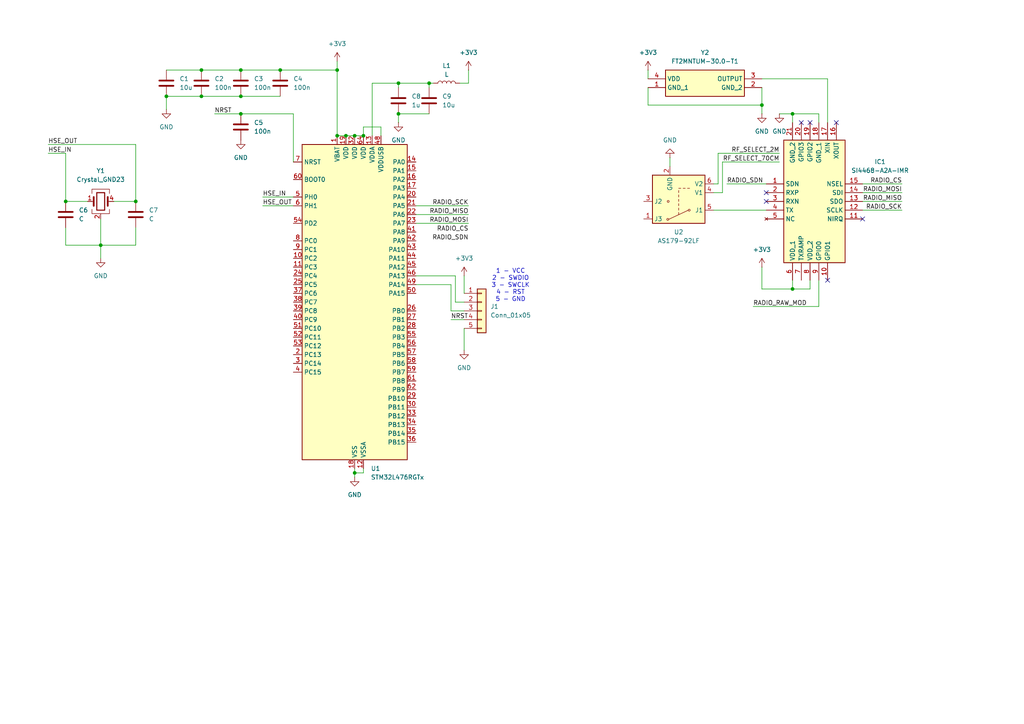
<source format=kicad_sch>
(kicad_sch (version 20250114) (generator "eeschema") (generator_version "9.0")
  (paper "A4")
  (lib_symbols
    (symbol "Connector_Generic:Conn_01x05" (pin_names (offset 1.016) (hide yes))
      (property "Reference" "J" (at 0 7.62 0))
      (property "Value" "Conn_01x05" (at 0 -7.62 0))
      (symbol "Conn_01x05_1_1"
        (rectangle (start -1.27 6.35) (end 1.27 -6.35) (stroke (width 0.254)) (fill (type background)))
        (rectangle (start -1.27 5.207) (end 0 4.953) (stroke (width 0.1524)))
        (rectangle (start -1.27 2.667) (end 0 2.413) (stroke (width 0.1524)))
        (rectangle (start -1.27 0.127) (end 0 -0.127) (stroke (width 0.1524)))
        (rectangle (start -1.27 -2.413) (end 0 -2.667) (stroke (width 0.1524)))
        (rectangle (start -1.27 -4.953) (end 0 -5.207) (stroke (width 0.1524)))
        (pin passive line (at -5.08 5.08 0) (length 3.81) (name "Pin_1") (number "1"))
        (pin passive line (at -5.08 2.54 0) (length 3.81) (name "Pin_2") (number "2"))
        (pin passive line (at -5.08 0 0) (length 3.81) (name "Pin_3") (number "3"))
        (pin passive line (at -5.08 -2.54 0) (length 3.81) (name "Pin_4") (number "4"))
        (pin passive line (at -5.08 -5.08 0) (length 3.81) (name "Pin_5") (number "5"))
      )
    )
    (symbol "Device:C" (pin_numbers (hide yes)) (pin_names (offset 0.254))
      (property "Reference" "C" (at 0.635 2.54 0))
      (property "Value" "C" (at 0.635 -2.54 0))
      (symbol "C_0_1"
        (polyline (pts (xy -2.032 0.762) (xy 2.032 0.762)) (stroke (width 0.508)))
        (polyline (pts (xy -2.032 -0.762) (xy 2.032 -0.762)) (stroke (width 0.508)))
      )
      (symbol "C_1_1"
        (pin passive line (at 0 3.81 270) (length 2.794) (name "~") (number "1"))
        (pin passive line (at 0 -3.81 90) (length 2.794) (name "~") (number "2"))
      )
    )
    (symbol "Device:Crystal_GND23" (pin_names (offset 1.016) (hide yes))
      (property "Reference" "Y" (at 3.175 5.08 0))
      (property "Value" "Crystal_GND23" (at 3.175 3.175 0))
      (symbol "Crystal_GND23_0_1"
        (polyline (pts (xy -2.54 2.286) (xy -2.54 3.556) (xy 2.54 3.556) (xy 2.54 2.286)))
        (polyline (pts (xy -2.54 0) (xy -2.032 0)))
        (polyline (pts (xy -2.54 -2.286) (xy -2.54 -3.556) (xy 2.54 -3.556) (xy 2.54 -2.286)))
        (polyline (pts (xy -2.032 -1.27) (xy -2.032 1.27)) (stroke (width 0.508)))
        (rectangle (start -1.143 2.54) (end 1.143 -2.54) (stroke (width 0.3048)))
        (polyline (pts (xy 0 -3.81) (xy 0 -3.556)))
        (polyline (pts (xy 2.032 0) (xy 2.54 0)))
        (polyline (pts (xy 2.032 -1.27) (xy 2.032 1.27)) (stroke (width 0.508)))
      )
      (symbol "Crystal_GND23_1_1"
        (pin passive line (at -3.81 0 0) (length 1.27) (name "1") (number "1"))
        (pin passive line (at 0 -5.08 90) (length 1.27) (name "G") (number "2"))
        (pin passive line (at 0 -5.08 90) (length 1.27) (hide yes) (name "G") (number "3"))
        (pin passive line (at 3.81 0 180) (length 1.27) (name "4") (number "4"))
      )
    )
    (symbol "Device:L" (pin_numbers (hide yes)) (pin_names (offset 1.016) (hide yes))
      (property "Reference" "L" (at -1.27 0 90))
      (property "Value" "L" (at 1.905 0 90))
      (symbol "L_0_1"
        (arc (start 0 2.54) (mid 0.6323 1.905) (end 0 1.27))
        (arc (start 0 1.27) (mid 0.6323 0.635) (end 0 0))
        (arc (start 0 0) (mid 0.6323 -0.635) (end 0 -1.27))
        (arc (start 0 -1.27) (mid 0.6323 -1.905) (end 0 -2.54))
      )
      (symbol "L_1_1"
        (pin passive line (at 0 3.81 270) (length 1.27) (name "1") (number "1"))
        (pin passive line (at 0 -3.81 90) (length 1.27) (name "2") (number "2"))
      )
    )
    (symbol "FT2MNTUM-30_0-T1:FT2MNTUM-30.0-T1"
      (property "Reference" "Y" (at 29.21 7.62 0))
      (property "Value" "FT2MNTUM-30.0-T1" (at 29.21 5.08 0))
      (symbol "FT2MNTUM-30.0-T1_1_1"
        (rectangle (start 5.08 2.54) (end 27.94 -5.08) (stroke (width 0.254)) (fill (type background)))
        (pin passive line (at 0 0 0) (length 5.08) (name "VDD") (number "4"))
        (pin passive line (at 0 -2.54 0) (length 5.08) (name "GND_1") (number "1"))
        (pin passive line (at 33.02 0 180) (length 5.08) (name "OUTPUT") (number "3"))
        (pin passive line (at 33.02 -2.54 180) (length 5.08) (name "GND_2") (number "2"))
      )
    )
    (symbol "MCU_ST_STM32L4:STM32L476RGTx"
      (property "Reference" "U" (at -15.24 46.99 0))
      (property "Value" "STM32L476RGTx" (at 10.16 46.99 0))
      (symbol "STM32L476RGTx_0_1"
        (rectangle (start -15.24 -45.72) (end 15.24 45.72) (stroke (width 0.254)) (fill (type background)))
      )
      (symbol "STM32L476RGTx_1_1"
        (pin input line (at -17.78 40.64 0) (length 2.54) (name "NRST") (number "7"))
        (pin input line (at -17.78 35.56 0) (length 2.54) (name "BOOT0") (number "60"))
        (pin bidirectional line (at -17.78 30.48 0) (length 2.54) (name "PH0") (number "5"))
        (pin bidirectional line (at -17.78 27.94 0) (length 2.54) (name "PH1") (number "6"))
        (pin bidirectional line (at -17.78 22.86 0) (length 2.54) (name "PD2") (number "54"))
        (pin bidirectional line (at -17.78 17.78 0) (length 2.54) (name "PC0") (number "8"))
        (pin bidirectional line (at -17.78 15.24 0) (length 2.54) (name "PC1") (number "9"))
        (pin bidirectional line (at -17.78 12.7 0) (length 2.54) (name "PC2") (number "10"))
        (pin bidirectional line (at -17.78 10.16 0) (length 2.54) (name "PC3") (number "11"))
        (pin bidirectional line (at -17.78 7.62 0) (length 2.54) (name "PC4") (number "24"))
        (pin bidirectional line (at -17.78 5.08 0) (length 2.54) (name "PC5") (number "25"))
        (pin bidirectional line (at -17.78 2.54 0) (length 2.54) (name "PC6") (number "37"))
        (pin bidirectional line (at -17.78 0 0) (length 2.54) (name "PC7") (number "38"))
        (pin bidirectional line (at -17.78 -2.54 0) (length 2.54) (name "PC8") (number "39"))
        (pin bidirectional line (at -17.78 -5.08 0) (length 2.54) (name "PC9") (number "40"))
        (pin bidirectional line (at -17.78 -7.62 0) (length 2.54) (name "PC10") (number "51"))
        (pin bidirectional line (at -17.78 -10.16 0) (length 2.54) (name "PC11") (number "52"))
        (pin bidirectional line (at -17.78 -12.7 0) (length 2.54) (name "PC12") (number "53"))
        (pin bidirectional line (at -17.78 -15.24 0) (length 2.54) (name "PC13") (number "2"))
        (pin bidirectional line (at -17.78 -17.78 0) (length 2.54) (name "PC14") (number "3"))
        (pin bidirectional line (at -17.78 -20.32 0) (length 2.54) (name "PC15") (number "4"))
        (pin power_in line (at -5.08 48.26 270) (length 2.54) (name "VBAT") (number "1"))
        (pin power_in line (at -2.54 48.26 270) (length 2.54) (name "VDD") (number "19"))
        (pin power_in line (at 0 48.26 270) (length 2.54) (name "VDD") (number "32"))
        (pin power_in line (at 0 -48.26 90) (length 2.54) (name "VSS") (number "18"))
        (pin passive line (at 0 -48.26 90) (length 2.54) (hide yes) (name "VSS") (number "31"))
        (pin passive line (at 0 -48.26 90) (length 2.54) (hide yes) (name "VSS") (number "47"))
        (pin passive line (at 0 -48.26 90) (length 2.54) (hide yes) (name "VSS") (number "63"))
        (pin power_in line (at 2.54 48.26 270) (length 2.54) (name "VDD") (number "64"))
        (pin power_in line (at 2.54 -48.26 90) (length 2.54) (name "VSSA") (number "12"))
        (pin power_in line (at 5.08 48.26 270) (length 2.54) (name "VDDA") (number "13"))
        (pin power_in line (at 7.62 48.26 270) (length 2.54) (name "VDDUSB") (number "48"))
        (pin bidirectional line (at 17.78 40.64 180) (length 2.54) (name "PA0") (number "14"))
        (pin bidirectional line (at 17.78 38.1 180) (length 2.54) (name "PA1") (number "15"))
        (pin bidirectional line (at 17.78 35.56 180) (length 2.54) (name "PA2") (number "16"))
        (pin bidirectional line (at 17.78 33.02 180) (length 2.54) (name "PA3") (number "17"))
        (pin bidirectional line (at 17.78 30.48 180) (length 2.54) (name "PA4") (number "20"))
        (pin bidirectional line (at 17.78 27.94 180) (length 2.54) (name "PA5") (number "21"))
        (pin bidirectional line (at 17.78 25.4 180) (length 2.54) (name "PA6") (number "22"))
        (pin bidirectional line (at 17.78 22.86 180) (length 2.54) (name "PA7") (number "23"))
        (pin bidirectional line (at 17.78 20.32 180) (length 2.54) (name "PA8") (number "41"))
        (pin bidirectional line (at 17.78 17.78 180) (length 2.54) (name "PA9") (number "42"))
        (pin bidirectional line (at 17.78 15.24 180) (length 2.54) (name "PA10") (number "43"))
        (pin bidirectional line (at 17.78 12.7 180) (length 2.54) (name "PA11") (number "44"))
        (pin bidirectional line (at 17.78 10.16 180) (length 2.54) (name "PA12") (number "45"))
        (pin bidirectional line (at 17.78 7.62 180) (length 2.54) (name "PA13") (number "46"))
        (pin bidirectional line (at 17.78 5.08 180) (length 2.54) (name "PA14") (number "49"))
        (pin bidirectional line (at 17.78 2.54 180) (length 2.54) (name "PA15") (number "50"))
        (pin bidirectional line (at 17.78 -2.54 180) (length 2.54) (name "PB0") (number "26"))
        (pin bidirectional line (at 17.78 -5.08 180) (length 2.54) (name "PB1") (number "27"))
        (pin bidirectional line (at 17.78 -7.62 180) (length 2.54) (name "PB2") (number "28"))
        (pin bidirectional line (at 17.78 -10.16 180) (length 2.54) (name "PB3") (number "55"))
        (pin bidirectional line (at 17.78 -12.7 180) (length 2.54) (name "PB4") (number "56"))
        (pin bidirectional line (at 17.78 -15.24 180) (length 2.54) (name "PB5") (number "57"))
        (pin bidirectional line (at 17.78 -17.78 180) (length 2.54) (name "PB6") (number "58"))
        (pin bidirectional line (at 17.78 -20.32 180) (length 2.54) (name "PB7") (number "59"))
        (pin bidirectional line (at 17.78 -22.86 180) (length 2.54) (name "PB8") (number "61"))
        (pin bidirectional line (at 17.78 -25.4 180) (length 2.54) (name "PB9") (number "62"))
        (pin bidirectional line (at 17.78 -27.94 180) (length 2.54) (name "PB10") (number "29"))
        (pin bidirectional line (at 17.78 -30.48 180) (length 2.54) (name "PB11") (number "30"))
        (pin bidirectional line (at 17.78 -33.02 180) (length 2.54) (name "PB12") (number "33"))
        (pin bidirectional line (at 17.78 -35.56 180) (length 2.54) (name "PB13") (number "34"))
        (pin bidirectional line (at 17.78 -38.1 180) (length 2.54) (name "PB14") (number "35"))
        (pin bidirectional line (at 17.78 -40.64 180) (length 2.54) (name "PB15") (number "36"))
      )
    )
    (symbol "RF_Switch:AS179-92LF"
      (property "Reference" "U" (at -7.62 7.62 0))
      (property "Value" "AS179-92LF" (at 2.54 7.62 0))
      (symbol "AS179-92LF_1_1"
        (polyline (pts (xy -3.175 -3.81) (xy -2.54 -3.81)))
        (circle (center -3.048 2.54) (radius 0.2794))
        (polyline (pts (xy -2.794 2.54) (xy 2.921 5.207)))
        (polyline (pts (xy -1.905 -3.81) (xy -1.27 -3.81)))
        (polyline (pts (xy -0.635 -3.81) (xy 0 -3.81)))
        (polyline (pts (xy 0 3.175) (xy 0 3.81)))
        (polyline (pts (xy 0 1.905) (xy 0 2.54)))
        (polyline (pts (xy 0 0.635) (xy 0 1.27)))
        (polyline (pts (xy 0 -0.635) (xy 0 0)))
        (polyline (pts (xy 0 -1.905) (xy 0 -1.27)))
        (polyline (pts (xy 0 -3.175) (xy 0 -2.54)))
        (circle (center 3.048 0) (radius 0.2794))
        (circle (center 3.175 5.207) (radius 0.2794))
        (rectangle (start 7.62 -7.62) (end -7.62 6.35) (stroke (width 0.254)) (fill (type background)))
        (pin passive line (at -10.16 2.54 0) (length 2.54) (name "J1") (number "5"))
        (pin input line (at -10.16 -2.54 0) (length 2.54) (name "V1") (number "4"))
        (pin input line (at -10.16 -5.08 0) (length 2.54) (name "V2") (number "6"))
        (pin power_in line (at 2.54 -10.16 90) (length 2.54) (name "GND") (number "2"))
        (pin passive line (at 10.16 5.08 180) (length 2.54) (name "J3") (number "1"))
        (pin passive line (at 10.16 0 180) (length 2.54) (name "J2") (number "3"))
      )
    )
    (symbol "SI4468-A2A-IMR:SI4468-A2A-IMR"
      (property "Reference" "IC" (at 24.13 17.78 0))
      (property "Value" "SI4468-A2A-IMR" (at 24.13 15.24 0))
      (symbol "SI4468-A2A-IMR_1_1"
        (rectangle (start 5.08 12.7) (end 22.86 -22.86) (stroke (width 0.254)) (fill (type background)))
        (pin passive line (at 0 0 0) (length 5.08) (name "SDN") (number "1"))
        (pin passive line (at 0 -2.54 0) (length 5.08) (name "RXP") (number "2"))
        (pin passive line (at 0 -5.08 0) (length 5.08) (name "RXN") (number "3"))
        (pin passive line (at 0 -7.62 0) (length 5.08) (name "TX") (number "4"))
        (pin no_connect line (at 0 -10.16 0) (length 5.08) (name "NC") (number "5"))
        (pin passive line (at 7.62 17.78 270) (length 5.08) (name "GND_2") (number "21"))
        (pin passive line (at 7.62 -27.94 90) (length 5.08) (name "VDD_1") (number "6"))
        (pin passive line (at 10.16 17.78 270) (length 5.08) (name "GPIO3") (number "20"))
        (pin passive line (at 10.16 -27.94 90) (length 5.08) (name "TXRAMP") (number "7"))
        (pin passive line (at 12.7 17.78 270) (length 5.08) (name "GPIO2") (number "19"))
        (pin passive line (at 12.7 -27.94 90) (length 5.08) (name "VDD_2") (number "8"))
        (pin passive line (at 15.24 17.78 270) (length 5.08) (name "GND_1") (number "18"))
        (pin passive line (at 15.24 -27.94 90) (length 5.08) (name "GPIO0") (number "9"))
        (pin passive line (at 17.78 17.78 270) (length 5.08) (name "XIN") (number "17"))
        (pin passive line (at 17.78 -27.94 90) (length 5.08) (name "GPIO1") (number "10"))
        (pin passive line (at 20.32 17.78 270) (length 5.08) (name "XOUT") (number "16"))
        (pin passive line (at 27.94 0 180) (length 5.08) (name "NSEL") (number "15"))
        (pin passive line (at 27.94 -2.54 180) (length 5.08) (name "SDI") (number "14"))
        (pin passive line (at 27.94 -5.08 180) (length 5.08) (name "SDO") (number "13"))
        (pin passive line (at 27.94 -7.62 180) (length 5.08) (name "SCLK") (number "12"))
        (pin passive line (at 27.94 -10.16 180) (length 5.08) (name "NIRQ") (number "11"))
      )
    )
    (symbol "power:+3V3" (power) (pin_numbers (hide yes)) (pin_names (offset 0) (hide yes))
      (property "Value" "+3V3" (at 0 3.556 0))
      (symbol "+3V3_0_1"
        (polyline (pts (xy -0.762 1.27) (xy 0 2.54)))
        (polyline (pts (xy 0 2.54) (xy 0.762 1.27)))
        (polyline (pts (xy 0 0) (xy 0 2.54)))
      )
      (symbol "+3V3_1_1"
        (pin power_in line (at 0 0 90) (length 0) (name "~") (number "1"))
      )
    )
    (symbol "power:GND" (power) (pin_numbers (hide yes)) (pin_names (offset 0) (hide yes))
      (property "Value" "GND" (at 0 -3.81 0))
      (symbol "GND_0_1"
        (polyline (pts (xy 0 0) (xy 0 -1.27) (xy 1.27 -1.27) (xy 0 -2.54) (xy -1.27 -1.27) (xy 0 -1.27)))
      )
      (symbol "GND_1_1"
        (pin power_in line (at 0 0 270) (length 0) (name "~") (number "1"))
      )
    )
  )
  (text "1 - VCC\n2 - SWDIO\n3 - SWCLK\n4 - RST\n5 - GND" (at 148.082 82.804 0) (effects (font (size 1.27 1.27))))
  (junction (at 102.87 137.16))
  (junction (at 97.79 20.32))
  (junction (at 48.26 27.94))
  (junction (at 229.87 33.02))
  (junction (at 58.42 27.94))
  (junction (at 100.33 39.37))
  (junction (at 102.87 39.37))
  (junction (at 29.21 71.12))
  (junction (at 19.05 58.42))
  (junction (at 69.85 20.32))
  (junction (at 69.85 27.94))
  (junction (at 69.85 33.02))
  (junction (at 97.79 39.37))
  (junction (at 124.46 24.13))
  (junction (at 115.57 24.13))
  (junction (at 58.42 20.32))
  (junction (at 229.87 83.82))
  (junction (at 220.98 30.48))
  (junction (at 39.37 58.42))
  (junction (at 115.57 33.02))
  (junction (at 81.28 20.32))
  (junction (at 105.41 39.37))
  (no_connect (at 222.25 58.42))
  (no_connect (at 242.57 35.56))
  (no_connect (at 222.25 55.88))
  (no_connect (at 250.19 63.5))
  (no_connect (at 240.03 81.28))
  (no_connect (at 232.41 35.56))
  (no_connect (at 234.95 35.56))
  (wire (pts (xy 110.49 39.37) (xy 110.49 36.83)))
  (wire (pts (xy 39.37 41.91) (xy 39.37 58.42)))
  (wire (pts (xy 102.87 39.37) (xy 100.33 39.37)))
  (wire (pts (xy 58.42 20.32) (xy 69.85 20.32)))
  (wire (pts (xy 135.89 20.32) (xy 135.89 24.13)))
  (wire (pts (xy 187.96 30.48) (xy 220.98 30.48)))
  (wire (pts (xy 105.41 39.37) (xy 102.87 39.37)))
  (wire (pts (xy 134.62 80.01) (xy 134.62 85.09)))
  (wire (pts (xy 229.87 83.82) (xy 229.87 81.28)))
  (wire (pts (xy 102.87 135.89) (xy 102.87 137.16)))
  (wire (pts (xy 120.65 64.77) (xy 135.89 64.77)))
  (wire (pts (xy 48.26 27.94) (xy 48.26 31.75)))
  (wire (pts (xy 115.57 24.13) (xy 115.57 25.4)))
  (wire (pts (xy 234.95 81.28) (xy 234.95 83.82)))
  (wire (pts (xy 229.87 33.02) (xy 237.49 33.02)))
  (wire (pts (xy 110.49 36.83) (xy 105.41 36.83)))
  (wire (pts (xy 120.65 80.01) (xy 132.08 80.01)))
  (wire (pts (xy 209.55 55.88) (xy 207.01 55.88)))
  (wire (pts (xy 134.62 95.25) (xy 134.62 101.6)))
  (wire (pts (xy 19.05 44.45) (xy 19.05 58.42)))
  (wire (pts (xy 81.28 27.94) (xy 69.85 27.94)))
  (wire (pts (xy 229.87 83.82) (xy 220.98 83.82)))
  (wire (pts (xy 102.87 137.16) (xy 102.87 138.43)))
  (wire (pts (xy 69.85 27.94) (xy 58.42 27.94)))
  (wire (pts (xy 105.41 135.89) (xy 105.41 137.16)))
  (wire (pts (xy 69.85 20.32) (xy 81.28 20.32)))
  (wire (pts (xy 85.09 33.02) (xy 85.09 46.99)))
  (wire (pts (xy 76.2 57.15) (xy 85.09 57.15)))
  (wire (pts (xy 29.21 63.5) (xy 29.21 71.12)))
  (wire (pts (xy 207.01 53.34) (xy 208.28 53.34)))
  (wire (pts (xy 29.21 71.12) (xy 29.21 74.93)))
  (wire (pts (xy 107.95 24.13) (xy 107.95 39.37)))
  (wire (pts (xy 105.41 36.83) (xy 105.41 39.37)))
  (wire (pts (xy 107.95 24.13) (xy 115.57 24.13)))
  (wire (pts (xy 187.96 20.32) (xy 187.96 22.86)))
  (wire (pts (xy 81.28 20.32) (xy 97.79 20.32)))
  (wire (pts (xy 210.82 53.34) (xy 222.25 53.34)))
  (wire (pts (xy 207.01 60.96) (xy 222.25 60.96)))
  (wire (pts (xy 240.03 22.86) (xy 240.03 35.56)))
  (wire (pts (xy 220.98 30.48) (xy 220.98 33.02)))
  (wire (pts (xy 62.23 33.02) (xy 69.85 33.02)))
  (wire (pts (xy 115.57 24.13) (xy 124.46 24.13)))
  (wire (pts (xy 29.21 71.12) (xy 39.37 71.12)))
  (wire (pts (xy 250.19 58.42) (xy 261.62 58.42)))
  (wire (pts (xy 134.62 90.17) (xy 130.81 90.17)))
  (wire (pts (xy 130.81 82.55) (xy 120.65 82.55)))
  (wire (pts (xy 209.55 46.99) (xy 209.55 55.88)))
  (wire (pts (xy 132.08 80.01) (xy 132.08 87.63)))
  (wire (pts (xy 234.95 83.82) (xy 229.87 83.82)))
  (wire (pts (xy 105.41 137.16) (xy 102.87 137.16)))
  (wire (pts (xy 97.79 17.78) (xy 97.79 20.32)))
  (wire (pts (xy 76.2 59.69) (xy 85.09 59.69)))
  (wire (pts (xy 132.08 87.63) (xy 134.62 87.63)))
  (wire (pts (xy 58.42 27.94) (xy 48.26 27.94)))
  (wire (pts (xy 250.19 60.96) (xy 261.62 60.96)))
  (wire (pts (xy 208.28 44.45) (xy 226.06 44.45)))
  (wire (pts (xy 135.89 24.13) (xy 133.35 24.13)))
  (wire (pts (xy 226.06 33.02) (xy 229.87 33.02)))
  (wire (pts (xy 124.46 24.13) (xy 125.73 24.13)))
  (wire (pts (xy 220.98 83.82) (xy 220.98 77.47)))
  (wire (pts (xy 120.65 62.23) (xy 135.89 62.23)))
  (wire (pts (xy 33.02 58.42) (xy 39.37 58.42)))
  (wire (pts (xy 226.06 46.99) (xy 209.55 46.99)))
  (wire (pts (xy 19.05 66.04) (xy 19.05 71.12)))
  (wire (pts (xy 220.98 22.86) (xy 240.03 22.86)))
  (wire (pts (xy 218.44 88.9) (xy 237.49 88.9)))
  (wire (pts (xy 208.28 53.34) (xy 208.28 44.45)))
  (wire (pts (xy 237.49 88.9) (xy 237.49 81.28)))
  (wire (pts (xy 48.26 20.32) (xy 58.42 20.32)))
  (wire (pts (xy 250.19 55.88) (xy 261.62 55.88)))
  (wire (pts (xy 237.49 35.56) (xy 237.49 33.02)))
  (wire (pts (xy 115.57 33.02) (xy 124.46 33.02)))
  (wire (pts (xy 13.97 41.91) (xy 39.37 41.91)))
  (wire (pts (xy 115.57 33.02) (xy 115.57 35.56)))
  (wire (pts (xy 13.97 44.45) (xy 19.05 44.45)))
  (wire (pts (xy 187.96 25.4) (xy 187.96 30.48)))
  (wire (pts (xy 97.79 20.32) (xy 97.79 39.37)))
  (wire (pts (xy 100.33 39.37) (xy 97.79 39.37)))
  (wire (pts (xy 130.81 90.17) (xy 130.81 82.55)))
  (wire (pts (xy 250.19 53.34) (xy 261.62 53.34)))
  (wire (pts (xy 124.46 24.13) (xy 124.46 25.4)))
  (wire (pts (xy 19.05 71.12) (xy 29.21 71.12)))
  (wire (pts (xy 220.98 30.48) (xy 220.98 25.4)))
  (wire (pts (xy 130.81 92.71) (xy 134.62 92.71)))
  (wire (pts (xy 120.65 59.69) (xy 135.89 59.69)))
  (wire (pts (xy 39.37 71.12) (xy 39.37 66.04)))
  (wire (pts (xy 69.85 33.02) (xy 85.09 33.02)))
  (wire (pts (xy 194.31 45.72) (xy 194.31 48.26)))
  (wire (pts (xy 229.87 33.02) (xy 229.87 35.56)))
  (wire (pts (xy 19.05 58.42) (xy 25.4 58.42)))
  (label "RF_SELECT_70CM" (at 226.06 46.99 180))
  (label "RADIO_SDN" (at 135.89 69.85 180))
  (label "RADIO_MISO" (at 261.62 58.42 180))
  (label "NRST" (at 130.81 92.71 0))
  (label "RADIO_CS" (at 135.89 67.31 180))
  (label "RADIO_SCK" (at 261.62 60.96 180))
  (label "HSE_OUT" (at 76.2 59.69 0))
  (label "NRST" (at 62.23 33.02 0))
  (label "RADIO_SCK" (at 135.89 59.69 180))
  (label "RADIO_MOSI" (at 135.89 64.77 180))
  (label "HSE_OUT" (at 13.97 41.91 0))
  (label "HSE_IN" (at 76.2 57.15 0))
  (label "RADIO_MOSI" (at 261.62 55.88 180))
  (label "HSE_IN" (at 13.97 44.45 0))
  (label "RF_SELECT_2M" (at 226.06 44.45 180))
  (label "RADIO_MISO" (at 135.89 62.23 180))
  (label "RADIO_CS" (at 261.62 53.34 180))
  (label "RADIO_RAW_MOD" (at 218.44 88.9 0))
  (label "RADIO_SDN" (at 210.82 53.34 0))
  (symbol (lib_id "power:+3V3") (at 187.96 20.32 0) (unit 1)
    (property "Reference" "#PWR010" (effects (hide yes)))
    (property "Value" "+3V3" (at 187.96 15.24 0))
    (property "Description" "Power symbol creates a global label with name \"+3V3\"" (effects (hide yes)))
  )
  (symbol (lib_id "Device:C") (at 115.57 29.21 0) (unit 1)
    (property "Reference" "C8" (at 119.38 27.9399 0) (effects (justify left)))
    (property "Value" "1u" (at 119.38 30.4799 0) (effects (justify left)))
    (property "Description" "Unpolarized capacitor" (effects (hide yes)))
  )
  (symbol (lib_id "RF_Switch:AS179-92LF") (at 196.85 58.42 180) (unit 1)
    (property "Reference" "U2" (at 196.85 67.31 0))
    (property "Value" "AS179-92LF" (at 196.85 69.85 0))
    (property "Footprint" "Package_TO_SOT_SMD:SOT-363_SC-70-6" (effects (hide yes)))
    (property "Datasheet" "http://www.skyworksinc.com/uploads/documents/AS179_92LF_200176H.pdf" (effects (hide yes)))
    (property "Description" "20 MHz to 4.0 GHz GaAs SPDT Switch, SC-70" (effects (hide yes)))
  )
  (symbol (lib_id "Device:C") (at 69.85 24.13 0) (unit 1)
    (property "Reference" "C3" (at 73.66 22.8599 0) (effects (justify left)))
    (property "Value" "100n" (at 73.66 25.3999 0) (effects (justify left)))
    (property "Description" "Unpolarized capacitor" (effects (hide yes)))
  )
  (symbol (lib_id "SI4468-A2A-IMR:SI4468-A2A-IMR") (at 222.25 53.34 0) (unit 1)
    (property "Reference" "IC1" (at 255.27 46.9198 0))
    (property "Value" "SI4468-A2A-IMR" (at 255.27 49.4598 0))
    (property "Footprint" "CustomLibs:QFN50P400X400X90-21N" (effects (hide yes)))
    (property "Datasheet" "https://www.silabs.com/documents/public/data-sheets/Si4468-7.pdf" (effects (hide yes)))
    (property "Description" "RF Transceiver TXRX SubG +20dBm" (effects (hide yes)))
    (property "Height" "0.9" (effects (hide yes)))
    (property "Mouser Part Number" "634-SI4468-A2A-IMR" (effects (hide yes)))
    (property "Mouser Price/Stock" "https://www.mouser.co.uk/ProductDetail/Silicon-Labs/SI4468-A2A-IMR?qs=j6MGy4L9yX2L37vAp3Cy6g%3D%3D" (effects (hide yes)))
    (property "Manufacturer_Name" "Silicon Labs" (effects (hide yes)))
    (property "Manufacturer_Part_Number" "SI4468-A2A-IMR" (effects (hide yes)))
  )
  (symbol (lib_id "power:GND") (at 226.06 33.02 0) (unit 1)
    (property "Reference" "#PWR012" (effects (hide yes)))
    (property "Value" "GND" (at 226.06 38.1 0))
    (property "Description" "Power symbol creates a global label with name \"GND\" , ground" (effects (hide yes)))
  )
  (symbol (lib_id "Device:C") (at 81.28 24.13 0) (unit 1)
    (property "Reference" "C4" (at 85.09 22.8599 0) (effects (justify left)))
    (property "Value" "100n" (at 85.09 25.3999 0) (effects (justify left)))
    (property "Description" "Unpolarized capacitor" (effects (hide yes)))
  )
  (symbol (lib_id "power:GND") (at 48.26 31.75 0) (unit 1)
    (property "Reference" "#PWR05" (effects (hide yes)))
    (property "Value" "GND" (at 48.26 36.83 0))
    (property "Description" "Power symbol creates a global label with name \"GND\" , ground" (effects (hide yes)))
  )
  (symbol (lib_id "power:GND") (at 102.87 138.43 0) (unit 1)
    (property "Reference" "#PWR03" (effects (hide yes)))
    (property "Value" "GND" (at 102.87 143.51 0))
    (property "Description" "Power symbol creates a global label with name \"GND\" , ground" (effects (hide yes)))
  )
  (symbol (lib_id "power:GND") (at 115.57 35.56 0) (unit 1)
    (property "Reference" "#PWR08" (effects (hide yes)))
    (property "Value" "GND" (at 115.57 40.64 0))
    (property "Description" "Power symbol creates a global label with name \"GND\" , ground" (effects (hide yes)))
  )
  (symbol (lib_id "power:GND") (at 220.98 33.02 0) (unit 1)
    (property "Reference" "#PWR011" (effects (hide yes)))
    (property "Value" "GND" (at 220.98 38.1 0))
    (property "Description" "Power symbol creates a global label with name \"GND\" , ground" (effects (hide yes)))
  )
  (symbol (lib_id "power:GND") (at 69.85 40.64 0) (unit 1)
    (property "Reference" "#PWR06" (effects (hide yes)))
    (property "Value" "GND" (at 69.85 45.72 0))
    (property "Description" "Power symbol creates a global label with name \"GND\" , ground" (effects (hide yes)))
  )
  (symbol (lib_id "power:GND") (at 194.31 45.72 180) (unit 1)
    (property "Reference" "#PWR014" (effects (hide yes)))
    (property "Value" "GND" (at 194.31 40.64 0))
    (property "Description" "Power symbol creates a global label with name \"GND\" , ground" (effects (hide yes)))
  )
  (symbol (lib_id "Device:C") (at 48.26 24.13 0) (unit 1)
    (property "Reference" "C1" (at 52.07 22.8599 0) (effects (justify left)))
    (property "Value" "10u" (at 52.07 25.3999 0) (effects (justify left)))
    (property "Description" "Unpolarized capacitor" (effects (hide yes)))
  )
  (symbol (lib_id "power:+3V3") (at 97.79 17.78 0) (unit 1)
    (property "Reference" "#PWR04" (effects (hide yes)))
    (property "Value" "+3V3" (at 97.79 12.7 0))
    (property "Description" "Power symbol creates a global label with name \"+3V3\"" (effects (hide yes)))
  )
  (symbol (lib_id "power:+3V3") (at 134.62 80.01 0) (unit 1)
    (property "Reference" "#PWR01" (effects (hide yes)))
    (property "Value" "+3V3" (at 134.62 74.93 0))
    (property "Description" "Power symbol creates a global label with name \"+3V3\"" (effects (hide yes)))
  )
  (symbol (lib_id "power:+3V3") (at 220.98 77.47 0) (unit 1)
    (property "Reference" "#PWR013" (effects (hide yes)))
    (property "Value" "+3V3" (at 220.98 72.39 0))
    (property "Description" "Power symbol creates a global label with name \"+3V3\"" (effects (hide yes)))
  )
  (symbol (lib_id "Device:C") (at 124.46 29.21 0) (unit 1)
    (property "Reference" "C9" (at 128.27 27.9399 0) (effects (justify left)))
    (property "Value" "10u" (at 128.27 30.4799 0) (effects (justify left)))
    (property "Description" "Unpolarized capacitor" (effects (hide yes)))
  )
  (symbol (lib_id "power:GND") (at 29.21 74.93 0) (unit 1)
    (property "Reference" "#PWR07" (effects (hide yes)))
    (property "Value" "GND" (at 29.21 80.01 0))
    (property "Description" "Power symbol creates a global label with name \"GND\" , ground" (effects (hide yes)))
  )
  (symbol (lib_id "Device:L") (at 129.54 24.13 90) (unit 1)
    (property "Reference" "L1" (at 129.54 19.05 90))
    (property "Value" "L" (at 129.54 21.59 90))
    (property "Description" "Inductor" (effects (hide yes)))
  )
  (symbol (lib_id "Device:C") (at 58.42 24.13 0) (unit 1)
    (property "Reference" "C2" (at 62.23 22.8599 0) (effects (justify left)))
    (property "Value" "100n" (at 62.23 25.3999 0) (effects (justify left)))
    (property "Description" "Unpolarized capacitor" (effects (hide yes)))
  )
  (symbol (lib_id "Device:C") (at 39.37 62.23 0) (unit 1)
    (property "Reference" "C7" (at 43.18 60.9599 0) (effects (justify left)))
    (property "Value" "C" (at 43.18 63.4999 0) (effects (justify left)))
    (property "Description" "Unpolarized capacitor" (effects (hide yes)))
  )
  (symbol (lib_id "Connector_Generic:Conn_01x05") (at 139.7 90.17 0) (unit 1)
    (property "Reference" "J1" (at 142.24 88.8999 0) (effects (justify left)))
    (property "Value" "Conn_01x05" (at 142.24 91.4399 0) (effects (justify left)))
    (property "Footprint" "Connector_PinHeader_2.54mm:PinHeader_1x05_P2.54mm_Vertical" (effects (hide yes)))
    (property "Description" "Generic connector, single row, 01x05, script generated (kicad-library-utils/schlib/autogen/connector/)" (effects (hide yes)))
  )
  (symbol (lib_id "FT2MNTUM-30_0-T1:FT2MNTUM-30.0-T1") (at 187.96 22.86 0) (unit 1)
    (property "Reference" "Y2" (at 204.47 15.24 0))
    (property "Value" "FT2MNTUM-30.0-T1" (at 204.47 17.78 0))
    (property "Footprint" "FT2MNTUM300T1" (effects (hide yes)))
    (property "Datasheet" "https://abracon.com/datasheets/FT2MN.pdf" (effects (hide yes)))
    (property "Description" "30 MHz TCXO Clipped Sine Wave Oscillator 1.68V ~ 3.63V 4-SMD, No Lead" (effects (hide yes)))
    (property "Height" "1" (effects (hide yes)))
    (property "Mouser Part Number" "815-FT2MNTUM-30.0-T1" (effects (hide yes)))
    (property "Mouser Price/Stock" "https://www.mouser.co.uk/ProductDetail/ABRACON/FT2MNTUM-30.0-T1?qs=9vOqFld9vZU1LRBjatCK%2Fw%3D%3D" (effects (hide yes)))
    (property "Manufacturer_Name" "ABRACON" (effects (hide yes)))
    (property "Manufacturer_Part_Number" "FT2MNTUM-30.0-T1" (effects (hide yes)))
  )
  (symbol (lib_id "MCU_ST_STM32L4:STM32L476RGTx") (at 102.87 87.63 0) (unit 1)
    (property "Reference" "U1" (at 107.5533 135.89 0) (effects (justify left)))
    (property "Value" "STM32L476RGTx" (at 107.5533 138.43 0) (effects (justify left)))
    (property "Footprint" "Package_QFP:LQFP-64_10x10mm_P0.5mm" (effects (hide yes)))
    (property "Datasheet" "https://www.st.com/resource/en/datasheet/stm32l476rg.pdf" (effects (hide yes)))
    (property "Description" "STMicroelectronics Arm Cortex-M4 MCU, 1024KB flash, 128KB RAM, 80 MHz, 1.71-3.6V, 51 GPIO, LQFP64" (effects (hide yes)))
  )
  (symbol (lib_id "Device:C") (at 19.05 62.23 0) (unit 1)
    (property "Reference" "C6" (at 22.86 60.9599 0) (effects (justify left)))
    (property "Value" "C" (at 22.86 63.4999 0) (effects (justify left)))
    (property "Description" "Unpolarized capacitor" (effects (hide yes)))
  )
  (symbol (lib_id "power:GND") (at 134.62 101.6 0) (unit 1)
    (property "Reference" "#PWR02" (effects (hide yes)))
    (property "Value" "GND" (at 134.62 106.68 0))
    (property "Description" "Power symbol creates a global label with name \"GND\" , ground" (effects (hide yes)))
  )
  (symbol (lib_id "power:+3V3") (at 135.89 20.32 0) (unit 1)
    (property "Reference" "#PWR09" (effects (hide yes)))
    (property "Value" "+3V3" (at 135.89 15.24 0))
    (property "Description" "Power symbol creates a global label with name \"+3V3\"" (effects (hide yes)))
  )
  (symbol (lib_id "Device:Crystal_GND23") (at 29.21 58.42 0) (unit 1)
    (property "Reference" "Y1" (at 29.21 49.53 0))
    (property "Value" "Crystal_GND23" (at 29.21 52.07 0))
    (property "Description" "Four pin crystal, GND on pins 2 and 3" (effects (hide yes)))
    (property private "KLC_S3.3" "The rectangle is not a symbol body but a graphical element" (effects (hide yes)))
    (property private "KLC_S4.1" "Some pins are on 50mil grid to make the symbol small" (effects (hide yes)))
  )
  (symbol (lib_id "Device:C") (at 69.85 36.83 0) (unit 1)
    (property "Reference" "C5" (at 73.66 35.5599 0) (effects (justify left)))
    (property "Value" "100n" (at 73.66 38.0999 0) (effects (justify left)))
    (property "Description" "Unpolarized capacitor" (effects (hide yes)))
  )
)
</source>
